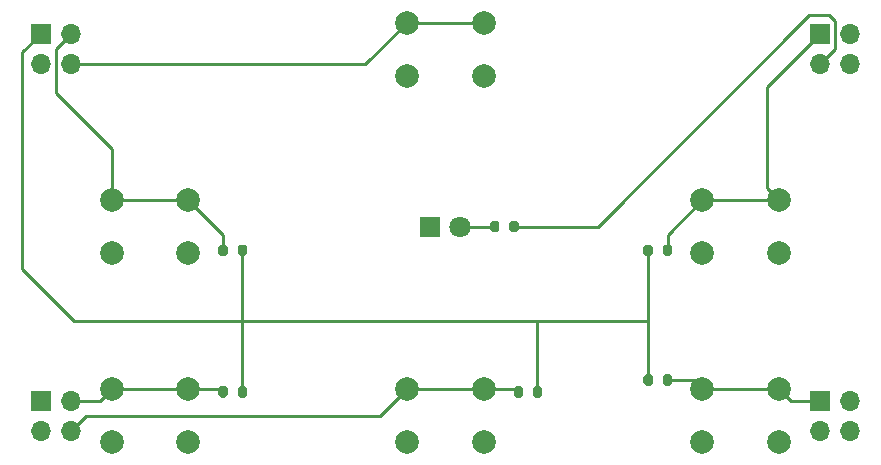
<source format=gtl>
%TF.GenerationSoftware,KiCad,Pcbnew,5.1.10*%
%TF.CreationDate,2021-11-03T22:20:00+01:00*%
%TF.ProjectId,main_pcb_ui,6d61696e-5f70-4636-925f-75692e6b6963,rev?*%
%TF.SameCoordinates,PX8583b00PY5f5e100*%
%TF.FileFunction,Copper,L1,Top*%
%TF.FilePolarity,Positive*%
%FSLAX46Y46*%
G04 Gerber Fmt 4.6, Leading zero omitted, Abs format (unit mm)*
G04 Created by KiCad (PCBNEW 5.1.10) date 2021-11-03 22:20:00*
%MOMM*%
%LPD*%
G01*
G04 APERTURE LIST*
%TA.AperFunction,ComponentPad*%
%ADD10C,2.000000*%
%TD*%
%TA.AperFunction,ComponentPad*%
%ADD11O,1.700000X1.700000*%
%TD*%
%TA.AperFunction,ComponentPad*%
%ADD12R,1.700000X1.700000*%
%TD*%
%TA.AperFunction,ComponentPad*%
%ADD13C,1.800000*%
%TD*%
%TA.AperFunction,ComponentPad*%
%ADD14R,1.800000X1.800000*%
%TD*%
%TA.AperFunction,Conductor*%
%ADD15C,0.250000*%
%TD*%
G04 APERTURE END LIST*
D10*
%TO.P,SW6,1*%
%TO.N,/MASTER_ON*%
X3250000Y25250000D03*
%TO.P,SW6,2*%
%TO.N,GND*%
X3250000Y20750000D03*
%TO.P,SW6,1*%
%TO.N,/MASTER_ON*%
X-3250000Y25250000D03*
%TO.P,SW6,2*%
%TO.N,GND*%
X-3250000Y20750000D03*
%TD*%
D11*
%TO.P,J4,4*%
%TO.N,GND*%
X34270000Y-9270000D03*
%TO.P,J4,3*%
X31730000Y-9270000D03*
%TO.P,J4,2*%
X34270000Y-6730000D03*
D12*
%TO.P,J4,1*%
%TO.N,/BR-*%
X31730000Y-6730000D03*
%TD*%
D11*
%TO.P,J3,4*%
%TO.N,GND*%
X34270000Y21730000D03*
%TO.P,J3,3*%
%TO.N,/LED*%
X31730000Y21730000D03*
%TO.P,J3,2*%
%TO.N,GND*%
X34270000Y24270000D03*
D12*
%TO.P,J3,1*%
%TO.N,/BR+*%
X31730000Y24270000D03*
%TD*%
D11*
%TO.P,J2,4*%
%TO.N,/MASTER_ON*%
X-31730000Y21730000D03*
%TO.P,J2,3*%
%TO.N,GND*%
X-34270000Y21730000D03*
%TO.P,J2,2*%
%TO.N,/SP+*%
X-31730000Y24270000D03*
D12*
%TO.P,J2,1*%
%TO.N,+3V3*%
X-34270000Y24270000D03*
%TD*%
D11*
%TO.P,J1,4*%
%TO.N,/TRIG*%
X-31730000Y-9270000D03*
%TO.P,J1,3*%
%TO.N,GND*%
X-34270000Y-9270000D03*
%TO.P,J1,2*%
%TO.N,/SP-*%
X-31730000Y-6730000D03*
D12*
%TO.P,J1,1*%
%TO.N,GND*%
X-34270000Y-6730000D03*
%TD*%
%TO.P,R6,2*%
%TO.N,/BR-*%
%TA.AperFunction,SMDPad,CuDef*%
G36*
G01*
X18425000Y-5275000D02*
X18425000Y-4725000D01*
G75*
G02*
X18625000Y-4525000I200000J0D01*
G01*
X19025000Y-4525000D01*
G75*
G02*
X19225000Y-4725000I0J-200000D01*
G01*
X19225000Y-5275000D01*
G75*
G02*
X19025000Y-5475000I-200000J0D01*
G01*
X18625000Y-5475000D01*
G75*
G02*
X18425000Y-5275000I0J200000D01*
G01*
G37*
%TD.AperFunction*%
%TO.P,R6,1*%
%TO.N,+3V3*%
%TA.AperFunction,SMDPad,CuDef*%
G36*
G01*
X16775000Y-5275000D02*
X16775000Y-4725000D01*
G75*
G02*
X16975000Y-4525000I200000J0D01*
G01*
X17375000Y-4525000D01*
G75*
G02*
X17575000Y-4725000I0J-200000D01*
G01*
X17575000Y-5275000D01*
G75*
G02*
X17375000Y-5475000I-200000J0D01*
G01*
X16975000Y-5475000D01*
G75*
G02*
X16775000Y-5275000I0J200000D01*
G01*
G37*
%TD.AperFunction*%
%TD*%
%TO.P,R5,2*%
%TO.N,/BR+*%
%TA.AperFunction,SMDPad,CuDef*%
G36*
G01*
X18425000Y5725000D02*
X18425000Y6275000D01*
G75*
G02*
X18625000Y6475000I200000J0D01*
G01*
X19025000Y6475000D01*
G75*
G02*
X19225000Y6275000I0J-200000D01*
G01*
X19225000Y5725000D01*
G75*
G02*
X19025000Y5525000I-200000J0D01*
G01*
X18625000Y5525000D01*
G75*
G02*
X18425000Y5725000I0J200000D01*
G01*
G37*
%TD.AperFunction*%
%TO.P,R5,1*%
%TO.N,+3V3*%
%TA.AperFunction,SMDPad,CuDef*%
G36*
G01*
X16775000Y5725000D02*
X16775000Y6275000D01*
G75*
G02*
X16975000Y6475000I200000J0D01*
G01*
X17375000Y6475000D01*
G75*
G02*
X17575000Y6275000I0J-200000D01*
G01*
X17575000Y5725000D01*
G75*
G02*
X17375000Y5525000I-200000J0D01*
G01*
X16975000Y5525000D01*
G75*
G02*
X16775000Y5725000I0J200000D01*
G01*
G37*
%TD.AperFunction*%
%TD*%
%TO.P,R4,2*%
%TO.N,/TRIG*%
%TA.AperFunction,SMDPad,CuDef*%
G36*
G01*
X6575000Y-5725000D02*
X6575000Y-6275000D01*
G75*
G02*
X6375000Y-6475000I-200000J0D01*
G01*
X5975000Y-6475000D01*
G75*
G02*
X5775000Y-6275000I0J200000D01*
G01*
X5775000Y-5725000D01*
G75*
G02*
X5975000Y-5525000I200000J0D01*
G01*
X6375000Y-5525000D01*
G75*
G02*
X6575000Y-5725000I0J-200000D01*
G01*
G37*
%TD.AperFunction*%
%TO.P,R4,1*%
%TO.N,+3V3*%
%TA.AperFunction,SMDPad,CuDef*%
G36*
G01*
X8225000Y-5725000D02*
X8225000Y-6275000D01*
G75*
G02*
X8025000Y-6475000I-200000J0D01*
G01*
X7625000Y-6475000D01*
G75*
G02*
X7425000Y-6275000I0J200000D01*
G01*
X7425000Y-5725000D01*
G75*
G02*
X7625000Y-5525000I200000J0D01*
G01*
X8025000Y-5525000D01*
G75*
G02*
X8225000Y-5725000I0J-200000D01*
G01*
G37*
%TD.AperFunction*%
%TD*%
%TO.P,R3,2*%
%TO.N,/SP-*%
%TA.AperFunction,SMDPad,CuDef*%
G36*
G01*
X-18425000Y-5725000D02*
X-18425000Y-6275000D01*
G75*
G02*
X-18625000Y-6475000I-200000J0D01*
G01*
X-19025000Y-6475000D01*
G75*
G02*
X-19225000Y-6275000I0J200000D01*
G01*
X-19225000Y-5725000D01*
G75*
G02*
X-19025000Y-5525000I200000J0D01*
G01*
X-18625000Y-5525000D01*
G75*
G02*
X-18425000Y-5725000I0J-200000D01*
G01*
G37*
%TD.AperFunction*%
%TO.P,R3,1*%
%TO.N,+3V3*%
%TA.AperFunction,SMDPad,CuDef*%
G36*
G01*
X-16775000Y-5725000D02*
X-16775000Y-6275000D01*
G75*
G02*
X-16975000Y-6475000I-200000J0D01*
G01*
X-17375000Y-6475000D01*
G75*
G02*
X-17575000Y-6275000I0J200000D01*
G01*
X-17575000Y-5725000D01*
G75*
G02*
X-17375000Y-5525000I200000J0D01*
G01*
X-16975000Y-5525000D01*
G75*
G02*
X-16775000Y-5725000I0J-200000D01*
G01*
G37*
%TD.AperFunction*%
%TD*%
%TO.P,R2,2*%
%TO.N,/SP+*%
%TA.AperFunction,SMDPad,CuDef*%
G36*
G01*
X-18425000Y6275000D02*
X-18425000Y5725000D01*
G75*
G02*
X-18625000Y5525000I-200000J0D01*
G01*
X-19025000Y5525000D01*
G75*
G02*
X-19225000Y5725000I0J200000D01*
G01*
X-19225000Y6275000D01*
G75*
G02*
X-19025000Y6475000I200000J0D01*
G01*
X-18625000Y6475000D01*
G75*
G02*
X-18425000Y6275000I0J-200000D01*
G01*
G37*
%TD.AperFunction*%
%TO.P,R2,1*%
%TO.N,+3V3*%
%TA.AperFunction,SMDPad,CuDef*%
G36*
G01*
X-16775000Y6275000D02*
X-16775000Y5725000D01*
G75*
G02*
X-16975000Y5525000I-200000J0D01*
G01*
X-17375000Y5525000D01*
G75*
G02*
X-17575000Y5725000I0J200000D01*
G01*
X-17575000Y6275000D01*
G75*
G02*
X-17375000Y6475000I200000J0D01*
G01*
X-16975000Y6475000D01*
G75*
G02*
X-16775000Y6275000I0J-200000D01*
G01*
G37*
%TD.AperFunction*%
%TD*%
D10*
%TO.P,SW5,1*%
%TO.N,/BR-*%
X28250000Y-5750000D03*
%TO.P,SW5,2*%
%TO.N,GND*%
X28250000Y-10250000D03*
%TO.P,SW5,1*%
%TO.N,/BR-*%
X21750000Y-5750000D03*
%TO.P,SW5,2*%
%TO.N,GND*%
X21750000Y-10250000D03*
%TD*%
%TO.P,SW4,1*%
%TO.N,/BR+*%
X28250000Y10250000D03*
%TO.P,SW4,2*%
%TO.N,GND*%
X28250000Y5750000D03*
%TO.P,SW4,1*%
%TO.N,/BR+*%
X21750000Y10250000D03*
%TO.P,SW4,2*%
%TO.N,GND*%
X21750000Y5750000D03*
%TD*%
%TO.P,SW3,1*%
%TO.N,/TRIG*%
X3250000Y-5750000D03*
%TO.P,SW3,2*%
%TO.N,GND*%
X3250000Y-10250000D03*
%TO.P,SW3,1*%
%TO.N,/TRIG*%
X-3250000Y-5750000D03*
%TO.P,SW3,2*%
%TO.N,GND*%
X-3250000Y-10250000D03*
%TD*%
%TO.P,SW2,1*%
%TO.N,/SP-*%
X-21750000Y-5750000D03*
%TO.P,SW2,2*%
%TO.N,GND*%
X-21750000Y-10250000D03*
%TO.P,SW2,1*%
%TO.N,/SP-*%
X-28250000Y-5750000D03*
%TO.P,SW2,2*%
%TO.N,GND*%
X-28250000Y-10250000D03*
%TD*%
%TO.P,SW1,1*%
%TO.N,/SP+*%
X-21750000Y10250000D03*
%TO.P,SW1,2*%
%TO.N,GND*%
X-21750000Y5750000D03*
%TO.P,SW1,1*%
%TO.N,/SP+*%
X-28250000Y10250000D03*
%TO.P,SW1,2*%
%TO.N,GND*%
X-28250000Y5750000D03*
%TD*%
D13*
%TO.P,D1,2*%
%TO.N,Net-(D1-Pad2)*%
X1270000Y8000000D03*
D14*
%TO.P,D1,1*%
%TO.N,GND*%
X-1270000Y8000000D03*
%TD*%
%TO.P,R1,2*%
%TO.N,Net-(D1-Pad2)*%
%TA.AperFunction,SMDPad,CuDef*%
G36*
G01*
X4575000Y8275000D02*
X4575000Y7725000D01*
G75*
G02*
X4375000Y7525000I-200000J0D01*
G01*
X3975000Y7525000D01*
G75*
G02*
X3775000Y7725000I0J200000D01*
G01*
X3775000Y8275000D01*
G75*
G02*
X3975000Y8475000I200000J0D01*
G01*
X4375000Y8475000D01*
G75*
G02*
X4575000Y8275000I0J-200000D01*
G01*
G37*
%TD.AperFunction*%
%TO.P,R1,1*%
%TO.N,/LED*%
%TA.AperFunction,SMDPad,CuDef*%
G36*
G01*
X6225000Y8275000D02*
X6225000Y7725000D01*
G75*
G02*
X6025000Y7525000I-200000J0D01*
G01*
X5625000Y7525000D01*
G75*
G02*
X5425000Y7725000I0J200000D01*
G01*
X5425000Y8275000D01*
G75*
G02*
X5625000Y8475000I200000J0D01*
G01*
X6025000Y8475000D01*
G75*
G02*
X6225000Y8275000I0J-200000D01*
G01*
G37*
%TD.AperFunction*%
%TD*%
D15*
%TO.N,Net-(D1-Pad2)*%
X1270000Y8000000D02*
X4175000Y8000000D01*
%TO.N,/TRIG*%
X-31730000Y-9270000D02*
X-30460000Y-8000000D01*
X-5500000Y-8000000D02*
X-3250000Y-5750000D01*
X-30460000Y-8000000D02*
X-5500000Y-8000000D01*
X-3250000Y-5750000D02*
X3250000Y-5750000D01*
X5925000Y-5750000D02*
X6175000Y-6000000D01*
X3250000Y-5750000D02*
X5925000Y-5750000D01*
%TO.N,/SP-*%
X-28250000Y-5750000D02*
X-21750000Y-5750000D01*
X-19075000Y-5750000D02*
X-18825000Y-6000000D01*
X-21750000Y-5750000D02*
X-19075000Y-5750000D01*
X-29230000Y-6730000D02*
X-28250000Y-5750000D01*
X-31730000Y-6730000D02*
X-29230000Y-6730000D01*
%TO.N,/SP+*%
X-28250000Y10250000D02*
X-21750000Y10250000D01*
X-18825000Y7325000D02*
X-18825000Y6000000D01*
X-21750000Y10250000D02*
X-18825000Y7325000D01*
X-33000000Y23000000D02*
X-31730000Y24270000D01*
X-33000000Y19300000D02*
X-33000000Y23000000D01*
X-28250000Y14550000D02*
X-33000000Y19300000D01*
X-28250000Y10250000D02*
X-28250000Y14550000D01*
%TO.N,/BR-*%
X21000000Y-5000000D02*
X21750000Y-5750000D01*
X18825000Y-5000000D02*
X21000000Y-5000000D01*
X21750000Y-5750000D02*
X28250000Y-5750000D01*
X29230000Y-6730000D02*
X28250000Y-5750000D01*
X31730000Y-6730000D02*
X29230000Y-6730000D01*
%TO.N,/BR+*%
X21750000Y10250000D02*
X28250000Y10250000D01*
X18825000Y7325000D02*
X18825000Y6000000D01*
X21750000Y10250000D02*
X18825000Y7325000D01*
X27250001Y19790001D02*
X31730000Y24270000D01*
X27250001Y11249999D02*
X27250001Y19790001D01*
X28250000Y10250000D02*
X27250001Y11249999D01*
%TO.N,/LED*%
X6600000Y8000000D02*
X5825000Y8000000D01*
X12887499Y8000000D02*
X6600000Y8000000D01*
X30787499Y25900000D02*
X12887499Y8000000D01*
X32500000Y25900000D02*
X30787499Y25900000D01*
X33000000Y25400000D02*
X32500000Y25900000D01*
X33000000Y23000000D02*
X33000000Y25400000D01*
X31730000Y21730000D02*
X33000000Y23000000D01*
%TO.N,+3V3*%
X17200000Y-4975000D02*
X17175000Y-5000000D01*
X17200000Y0D02*
X17200000Y-4975000D01*
X17200000Y5975000D02*
X17175000Y6000000D01*
X17200000Y0D02*
X17200000Y5975000D01*
X7800000Y0D02*
X7800000Y-5975000D01*
X7800000Y-5975000D02*
X7825000Y-6000000D01*
X7800000Y0D02*
X17200000Y0D01*
X-17200000Y-5975000D02*
X-17175000Y-6000000D01*
X-17200000Y0D02*
X-17200000Y-5975000D01*
X-17200000Y0D02*
X7800000Y0D01*
X-17200000Y5975000D02*
X-17175000Y6000000D01*
X-17200000Y0D02*
X-17200000Y5975000D01*
X-29400000Y0D02*
X-17200000Y0D01*
X-31400000Y0D02*
X-35800000Y4400000D01*
X-29400000Y0D02*
X-31400000Y0D01*
X-35800000Y22740000D02*
X-34270000Y24270000D01*
X-35800000Y7200000D02*
X-35800000Y22740000D01*
X-35800000Y4400000D02*
X-35800000Y7200000D01*
%TO.N,/MASTER_ON*%
X-6770000Y21730000D02*
X-3250000Y25250000D01*
X-11330000Y21730000D02*
X-6770000Y21730000D01*
X-31730000Y21730000D02*
X-11330000Y21730000D01*
X-3250000Y25250000D02*
X3250000Y25250000D01*
%TD*%
M02*

</source>
